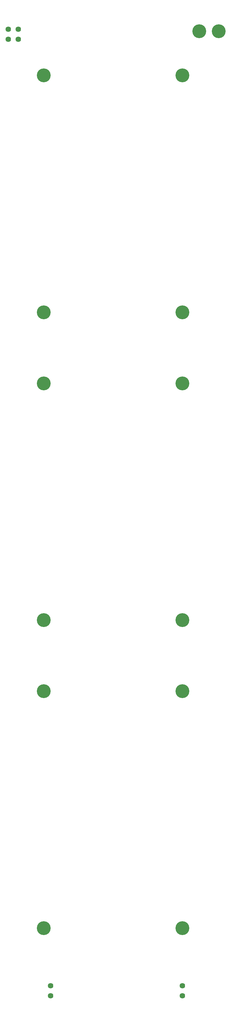
<source format=gts>
G04 Layer: TopSolderMaskLayer*
G04 EasyEDA v6.5.47, 2024-11-13 16:13:54*
G04 fb85ae26fb934a7fa39b9ffe6f29e94b,28dbc4cd0de04f76b295d4d1f3f9c80b,10*
G04 Gerber Generator version 0.2*
G04 Scale: 100 percent, Rotated: No, Reflected: No *
G04 Dimensions in millimeters *
G04 leading zeros omitted , absolute positions ,4 integer and 5 decimal *
%FSLAX45Y45*%
%MOMM*%

%ADD10C,1.6256*%
%ADD11C,4.1016*%

%LPD*%
D10*
G01*
X1046200Y29763999D03*
G01*
X1046200Y29464000D03*
G01*
X1346200Y29763999D03*
G01*
X1346200Y29464000D03*
G01*
X6199987Y1199997D03*
G01*
X6199987Y1499996D03*
G01*
X2299995Y1499996D03*
G01*
X2299995Y1199997D03*
D11*
G01*
X6199987Y28399943D03*
G01*
X2099995Y28399943D03*
G01*
X6199987Y21399957D03*
G01*
X2099995Y21399957D03*
G01*
X6199987Y19299961D03*
G01*
X2099995Y19299961D03*
G01*
X6199987Y12299975D03*
G01*
X2099995Y12299975D03*
G01*
X6199987Y10199979D03*
G01*
X2099995Y10199979D03*
G01*
X2099995Y3199993D03*
G01*
X6199987Y3199993D03*
G01*
X6699986Y29699940D03*
G01*
X7277100Y29699940D03*
M02*

</source>
